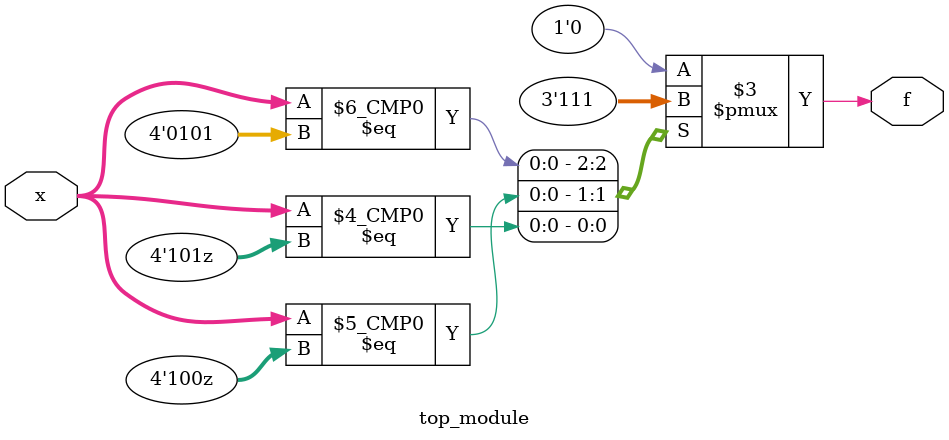
<source format=sv>
module top_module (
	input [4:1] x,
	output logic f
);

always_comb begin
    case (x)
        4'b00??: f = 0;
        4'b0100: f = 0;
        4'b0101: f = 1;
        4'b011?: f = 0;
        4'b100?: f = 1;
        4'b101?: f = 1;
        default: f = 0;
    endcase
end

endmodule

</source>
